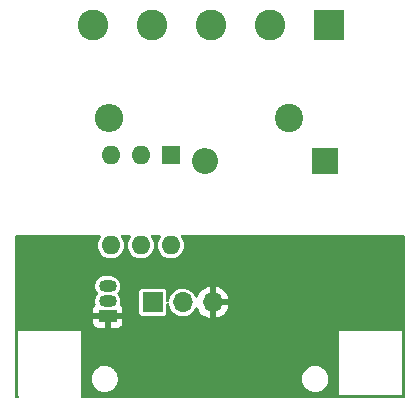
<source format=gbr>
%TF.GenerationSoftware,KiCad,Pcbnew,7.0.6-1.fc38*%
%TF.CreationDate,2023-08-14T17:52:24+02:00*%
%TF.ProjectId,220V_OPTO_SWITCH,32323056-5f4f-4505-944f-5f5357495443,rev?*%
%TF.SameCoordinates,Original*%
%TF.FileFunction,Copper,L2,Bot*%
%TF.FilePolarity,Positive*%
%FSLAX46Y46*%
G04 Gerber Fmt 4.6, Leading zero omitted, Abs format (unit mm)*
G04 Created by KiCad (PCBNEW 7.0.6-1.fc38) date 2023-08-14 17:52:24*
%MOMM*%
%LPD*%
G01*
G04 APERTURE LIST*
%TA.AperFunction,ComponentPad*%
%ADD10R,1.600000X1.600000*%
%TD*%
%TA.AperFunction,ComponentPad*%
%ADD11O,1.600000X1.600000*%
%TD*%
%TA.AperFunction,ComponentPad*%
%ADD12C,2.400000*%
%TD*%
%TA.AperFunction,ComponentPad*%
%ADD13O,2.400000X2.400000*%
%TD*%
%TA.AperFunction,ComponentPad*%
%ADD14R,1.500000X1.050000*%
%TD*%
%TA.AperFunction,ComponentPad*%
%ADD15O,1.500000X1.050000*%
%TD*%
%TA.AperFunction,ComponentPad*%
%ADD16R,1.700000X1.700000*%
%TD*%
%TA.AperFunction,ComponentPad*%
%ADD17O,1.700000X1.700000*%
%TD*%
%TA.AperFunction,ComponentPad*%
%ADD18R,2.600000X2.600000*%
%TD*%
%TA.AperFunction,ComponentPad*%
%ADD19C,2.600000*%
%TD*%
%TA.AperFunction,ComponentPad*%
%ADD20R,2.200000X2.200000*%
%TD*%
%TA.AperFunction,ComponentPad*%
%ADD21O,2.200000X2.200000*%
%TD*%
%TA.AperFunction,ViaPad*%
%ADD22C,0.800000*%
%TD*%
G04 APERTURE END LIST*
D10*
%TO.P,U1,1*%
%TO.N,Net-(D1-K)*%
X95631000Y-79375000D03*
D11*
%TO.P,U1,2*%
%TO.N,NEUT*%
X93091000Y-79375000D03*
%TO.P,U1,3,NC*%
%TO.N,unconnected-(U1-NC-Pad3)*%
X90551000Y-79375000D03*
%TO.P,U1,4*%
%TO.N,Net-(Q1-B)*%
X90551000Y-86995000D03*
%TO.P,U1,5*%
%TO.N,+3.3V*%
X93091000Y-86995000D03*
%TO.P,U1,6*%
%TO.N,unconnected-(U1-Pad6)*%
X95631000Y-86995000D03*
%TD*%
D12*
%TO.P,R1,1*%
%TO.N,Net-(D1-K)*%
X105664000Y-76200000D03*
D13*
%TO.P,R1,2*%
%TO.N,-VSW*%
X90424000Y-76200000D03*
%TD*%
D14*
%TO.P,Q1,1,C*%
%TO.N,GND*%
X90297000Y-92964000D03*
D15*
%TO.P,Q1,2,B*%
%TO.N,Net-(Q1-B)*%
X90297000Y-91694000D03*
%TO.P,Q1,3,E*%
%TO.N,SIG*%
X90297000Y-90424000D03*
%TD*%
D16*
%TO.P,J2,1,Pin_1*%
%TO.N,SIG*%
X94107000Y-91821000D03*
D17*
%TO.P,J2,2,Pin_2*%
%TO.N,+3.3V*%
X96647000Y-91821000D03*
%TO.P,J2,3,Pin_3*%
%TO.N,GND*%
X99187000Y-91821000D03*
%TD*%
D18*
%TO.P,J1,1,Pin_1*%
%TO.N,NEUT*%
X109013000Y-68326000D03*
D19*
%TO.P,J1,2,Pin_2*%
%TO.N,LINE*%
X104013000Y-68326000D03*
%TO.P,J1,3,Pin_3*%
X99013000Y-68326000D03*
%TO.P,J1,4,Pin_4*%
%TO.N,NEUT*%
X94013000Y-68326000D03*
%TO.P,J1,5,Pin_5*%
%TO.N,-VSW*%
X89013000Y-68326000D03*
%TD*%
D20*
%TO.P,D1,1,K*%
%TO.N,Net-(D1-K)*%
X108712000Y-79883000D03*
D21*
%TO.P,D1,2,A*%
%TO.N,NEUT*%
X98552000Y-79883000D03*
%TD*%
D22*
%TO.N,GND*%
X100330000Y-89154000D03*
X93726000Y-93980000D03*
X86868000Y-90170000D03*
X93091000Y-89154000D03*
X86233000Y-87503000D03*
%TD*%
%TA.AperFunction,Conductor*%
%TO.N,GND*%
G36*
X89661311Y-86125685D02*
G01*
X89707066Y-86178489D01*
X89717010Y-86247647D01*
X89693226Y-86304727D01*
X89611327Y-86413178D01*
X89520422Y-86595739D01*
X89520417Y-86595752D01*
X89464602Y-86791917D01*
X89445785Y-86994999D01*
X89445785Y-86995000D01*
X89464602Y-87198082D01*
X89520417Y-87394247D01*
X89520422Y-87394260D01*
X89611327Y-87576821D01*
X89734237Y-87739581D01*
X89884958Y-87876980D01*
X89884960Y-87876982D01*
X89984141Y-87938392D01*
X90058363Y-87984348D01*
X90248544Y-88058024D01*
X90449024Y-88095500D01*
X90449026Y-88095500D01*
X90652974Y-88095500D01*
X90652976Y-88095500D01*
X90853456Y-88058024D01*
X91043637Y-87984348D01*
X91217041Y-87876981D01*
X91367764Y-87739579D01*
X91490673Y-87576821D01*
X91581582Y-87394250D01*
X91637397Y-87198083D01*
X91656215Y-86995000D01*
X91637397Y-86791917D01*
X91581582Y-86595750D01*
X91490673Y-86413179D01*
X91408774Y-86304727D01*
X91384082Y-86239365D01*
X91398647Y-86171031D01*
X91447845Y-86121418D01*
X91507728Y-86106000D01*
X92134272Y-86106000D01*
X92201311Y-86125685D01*
X92247066Y-86178489D01*
X92257010Y-86247647D01*
X92233226Y-86304727D01*
X92151327Y-86413178D01*
X92060422Y-86595739D01*
X92060417Y-86595752D01*
X92004602Y-86791917D01*
X91985785Y-86994999D01*
X91985785Y-86995000D01*
X92004602Y-87198082D01*
X92060417Y-87394247D01*
X92060422Y-87394260D01*
X92151327Y-87576821D01*
X92274237Y-87739581D01*
X92424958Y-87876980D01*
X92424960Y-87876982D01*
X92524141Y-87938392D01*
X92598363Y-87984348D01*
X92788544Y-88058024D01*
X92989024Y-88095500D01*
X92989026Y-88095500D01*
X93192974Y-88095500D01*
X93192976Y-88095500D01*
X93393456Y-88058024D01*
X93583637Y-87984348D01*
X93757041Y-87876981D01*
X93907764Y-87739579D01*
X94030673Y-87576821D01*
X94121582Y-87394250D01*
X94177397Y-87198083D01*
X94196215Y-86995000D01*
X94177397Y-86791917D01*
X94121582Y-86595750D01*
X94030673Y-86413179D01*
X93948774Y-86304727D01*
X93924082Y-86239365D01*
X93938647Y-86171031D01*
X93987845Y-86121418D01*
X94047728Y-86106000D01*
X94674272Y-86106000D01*
X94741311Y-86125685D01*
X94787066Y-86178489D01*
X94797010Y-86247647D01*
X94773226Y-86304727D01*
X94691327Y-86413178D01*
X94600422Y-86595739D01*
X94600417Y-86595752D01*
X94544602Y-86791917D01*
X94525785Y-86994999D01*
X94525785Y-86995000D01*
X94544602Y-87198082D01*
X94600417Y-87394247D01*
X94600422Y-87394260D01*
X94691327Y-87576821D01*
X94814237Y-87739581D01*
X94964958Y-87876980D01*
X94964960Y-87876982D01*
X95064141Y-87938392D01*
X95138363Y-87984348D01*
X95328544Y-88058024D01*
X95529024Y-88095500D01*
X95529026Y-88095500D01*
X95732974Y-88095500D01*
X95732976Y-88095500D01*
X95933456Y-88058024D01*
X96123637Y-87984348D01*
X96297041Y-87876981D01*
X96447764Y-87739579D01*
X96570673Y-87576821D01*
X96661582Y-87394250D01*
X96717397Y-87198083D01*
X96736215Y-86995000D01*
X96717397Y-86791917D01*
X96661582Y-86595750D01*
X96570673Y-86413179D01*
X96488774Y-86304727D01*
X96464082Y-86239365D01*
X96478647Y-86171031D01*
X96527845Y-86121418D01*
X96587728Y-86106000D01*
X115318500Y-86106000D01*
X115385539Y-86125685D01*
X115431294Y-86178489D01*
X115442500Y-86230000D01*
X115442500Y-99824500D01*
X115422815Y-99891539D01*
X115370011Y-99937294D01*
X115318500Y-99948500D01*
X88121947Y-99948500D01*
X88054908Y-99928815D01*
X88009153Y-99876011D01*
X87999209Y-99806853D01*
X88028234Y-99743297D01*
X88034266Y-99736819D01*
X88069410Y-99701675D01*
X88069410Y-98298000D01*
X88937785Y-98298000D01*
X88956602Y-98501082D01*
X89012417Y-98697247D01*
X89012422Y-98697260D01*
X89103327Y-98879821D01*
X89226237Y-99042581D01*
X89376958Y-99179980D01*
X89376960Y-99179982D01*
X89503148Y-99258113D01*
X89550363Y-99287348D01*
X89581863Y-99299551D01*
X89584927Y-99300844D01*
X89585002Y-99300870D01*
X89585004Y-99300871D01*
X89586021Y-99301223D01*
X89587499Y-99301735D01*
X89665885Y-99332101D01*
X89740544Y-99361024D01*
X89773395Y-99367165D01*
X89776608Y-99367854D01*
X89783070Y-99369422D01*
X89783075Y-99369424D01*
X89783079Y-99369424D01*
X89783081Y-99369425D01*
X89793493Y-99370922D01*
X89820696Y-99376007D01*
X89941024Y-99398500D01*
X89941026Y-99398500D01*
X89976437Y-99398500D01*
X89984643Y-99399086D01*
X89984649Y-99398972D01*
X89990537Y-99399252D01*
X89990541Y-99399253D01*
X89990544Y-99399252D01*
X89990548Y-99399253D01*
X89998954Y-99398853D01*
X89998964Y-99398855D01*
X90004938Y-99398570D01*
X90007891Y-99398500D01*
X90144975Y-99398500D01*
X90144976Y-99398500D01*
X90188198Y-99390420D01*
X90196646Y-99389435D01*
X90199902Y-99389280D01*
X90199904Y-99389279D01*
X90201781Y-99389190D01*
X90201827Y-99389185D01*
X90234914Y-99387608D01*
X90265294Y-99376008D01*
X90345456Y-99361024D01*
X90390381Y-99343619D01*
X90398145Y-99341186D01*
X90403593Y-99339865D01*
X90403596Y-99339863D01*
X90406340Y-99339198D01*
X90406370Y-99339190D01*
X90435586Y-99332101D01*
X90461999Y-99315875D01*
X90518895Y-99293833D01*
X90535635Y-99287349D01*
X90535640Y-99287346D01*
X90580244Y-99259728D01*
X90587092Y-99256064D01*
X90594251Y-99252795D01*
X90594254Y-99252792D01*
X90598575Y-99250820D01*
X90600528Y-99249928D01*
X90601782Y-99249747D01*
X90605029Y-99247872D01*
X90622245Y-99240010D01*
X90644028Y-99220234D01*
X90709041Y-99179981D01*
X90751053Y-99141681D01*
X90756809Y-99137036D01*
X90764985Y-99131215D01*
X90764989Y-99131210D01*
X90765077Y-99131148D01*
X90767906Y-99130168D01*
X90774622Y-99124350D01*
X90788296Y-99114612D01*
X90805053Y-99092453D01*
X90859764Y-99042579D01*
X90896691Y-98993678D01*
X90901278Y-98988278D01*
X90904207Y-98985203D01*
X90905284Y-98984074D01*
X90909302Y-98981752D01*
X90917799Y-98970949D01*
X90927839Y-98960419D01*
X90939455Y-98937050D01*
X90982673Y-98879821D01*
X91009822Y-98825297D01*
X91017339Y-98817189D01*
X91018541Y-98814187D01*
X91029342Y-98793235D01*
X91035993Y-98782884D01*
X91042607Y-98759455D01*
X91073582Y-98697250D01*
X91090598Y-98637443D01*
X91097343Y-98626750D01*
X91098596Y-98620253D01*
X91105240Y-98597626D01*
X91108947Y-98588365D01*
X91110948Y-98565921D01*
X91129397Y-98501083D01*
X91136368Y-98425845D01*
X91137217Y-98419880D01*
X91140510Y-98402799D01*
X91140510Y-98402794D01*
X91144179Y-98383758D01*
X91142173Y-98363195D01*
X91148215Y-98298000D01*
X106760785Y-98298000D01*
X106779602Y-98501082D01*
X106835417Y-98697247D01*
X106835422Y-98697260D01*
X106926327Y-98879821D01*
X107049237Y-99042581D01*
X107199958Y-99179980D01*
X107199960Y-99179982D01*
X107326148Y-99258113D01*
X107373363Y-99287348D01*
X107404863Y-99299551D01*
X107407927Y-99300844D01*
X107408002Y-99300870D01*
X107408004Y-99300871D01*
X107409021Y-99301223D01*
X107410499Y-99301735D01*
X107488885Y-99332101D01*
X107563544Y-99361024D01*
X107596395Y-99367165D01*
X107599608Y-99367854D01*
X107606070Y-99369422D01*
X107606075Y-99369424D01*
X107606079Y-99369424D01*
X107606081Y-99369425D01*
X107616493Y-99370922D01*
X107643696Y-99376007D01*
X107764024Y-99398500D01*
X107764026Y-99398500D01*
X107799437Y-99398500D01*
X107807643Y-99399086D01*
X107807649Y-99398972D01*
X107813537Y-99399252D01*
X107813541Y-99399253D01*
X107813544Y-99399252D01*
X107813548Y-99399253D01*
X107821954Y-99398853D01*
X107821964Y-99398855D01*
X107827938Y-99398570D01*
X107830891Y-99398500D01*
X107967975Y-99398500D01*
X107967976Y-99398500D01*
X108011198Y-99390420D01*
X108019646Y-99389435D01*
X108022902Y-99389280D01*
X108022904Y-99389279D01*
X108024781Y-99389190D01*
X108024827Y-99389185D01*
X108057914Y-99387608D01*
X108088294Y-99376008D01*
X108168456Y-99361024D01*
X108213381Y-99343619D01*
X108221145Y-99341186D01*
X108226593Y-99339865D01*
X108226596Y-99339863D01*
X108229340Y-99339198D01*
X108229370Y-99339190D01*
X108258586Y-99332101D01*
X108284999Y-99315875D01*
X108341895Y-99293833D01*
X108358635Y-99287349D01*
X108358640Y-99287346D01*
X108403244Y-99259728D01*
X108410092Y-99256064D01*
X108417251Y-99252795D01*
X108417254Y-99252792D01*
X108421575Y-99250820D01*
X108423528Y-99249928D01*
X108424782Y-99249747D01*
X108428029Y-99247872D01*
X108445245Y-99240010D01*
X108467028Y-99220234D01*
X108532041Y-99179981D01*
X108574053Y-99141681D01*
X108579809Y-99137036D01*
X108587985Y-99131215D01*
X108587989Y-99131210D01*
X108588077Y-99131148D01*
X108590906Y-99130168D01*
X108597622Y-99124350D01*
X108611296Y-99114612D01*
X108628053Y-99092453D01*
X108682764Y-99042579D01*
X108719691Y-98993678D01*
X108724278Y-98988278D01*
X108727207Y-98985203D01*
X108728284Y-98984074D01*
X108732302Y-98981752D01*
X108740799Y-98970949D01*
X108750839Y-98960419D01*
X108762455Y-98937050D01*
X108805673Y-98879821D01*
X108832822Y-98825297D01*
X108840339Y-98817189D01*
X108841541Y-98814187D01*
X108852342Y-98793235D01*
X108858993Y-98782884D01*
X108865607Y-98759455D01*
X108896582Y-98697250D01*
X108913598Y-98637443D01*
X108920343Y-98626750D01*
X108921596Y-98620253D01*
X108928240Y-98597626D01*
X108931947Y-98588365D01*
X108933948Y-98565921D01*
X108952397Y-98501083D01*
X108959368Y-98425845D01*
X108960217Y-98419880D01*
X108963510Y-98402799D01*
X108963510Y-98402794D01*
X108967179Y-98383758D01*
X108965173Y-98363195D01*
X108971215Y-98298000D01*
X108965173Y-98232804D01*
X108968180Y-98217433D01*
X108960220Y-98176132D01*
X108959368Y-98170148D01*
X108952397Y-98094917D01*
X108933948Y-98030076D01*
X108934091Y-98012986D01*
X108928239Y-97998369D01*
X108921597Y-97975746D01*
X108921152Y-97973440D01*
X108913599Y-97958558D01*
X108896582Y-97898750D01*
X108896581Y-97898747D01*
X108896580Y-97898744D01*
X108865608Y-97836546D01*
X108862365Y-97818359D01*
X108852342Y-97802762D01*
X108841891Y-97782490D01*
X108832824Y-97770705D01*
X108805673Y-97716179D01*
X108805670Y-97716175D01*
X108805669Y-97716173D01*
X108762456Y-97658949D01*
X108755456Y-97640420D01*
X108740797Y-97625047D01*
X108734144Y-97616588D01*
X108728316Y-97611957D01*
X108724299Y-97607744D01*
X108719692Y-97602322D01*
X108709043Y-97588220D01*
X108682766Y-97553422D01*
X108682764Y-97553420D01*
X108628055Y-97503547D01*
X108617101Y-97485519D01*
X108597623Y-97471649D01*
X108592369Y-97467096D01*
X108588065Y-97464842D01*
X108579832Y-97458978D01*
X108574024Y-97454291D01*
X108559766Y-97441293D01*
X108532041Y-97416019D01*
X108532034Y-97416015D01*
X108532032Y-97416013D01*
X108467029Y-97375765D01*
X108452113Y-97359124D01*
X108428029Y-97348126D01*
X108425533Y-97346685D01*
X108423586Y-97346097D01*
X108410104Y-97339940D01*
X108403214Y-97336253D01*
X108358637Y-97308652D01*
X108312282Y-97290694D01*
X108284993Y-97280122D01*
X108266320Y-97265772D01*
X108226264Y-97256055D01*
X108224216Y-97255558D01*
X108221155Y-97254815D01*
X108213370Y-97252375D01*
X108182645Y-97240473D01*
X108168456Y-97234976D01*
X108168447Y-97234974D01*
X108168446Y-97234974D01*
X108088284Y-97219988D01*
X108066247Y-97208783D01*
X108019641Y-97206563D01*
X108011191Y-97205577D01*
X107967980Y-97197500D01*
X107967976Y-97197500D01*
X107830834Y-97197500D01*
X107827884Y-97197430D01*
X107813540Y-97196746D01*
X107807649Y-97197028D01*
X107807643Y-97196913D01*
X107799437Y-97197500D01*
X107764024Y-97197500D01*
X107720816Y-97205577D01*
X107616491Y-97225078D01*
X107606072Y-97226576D01*
X107599593Y-97228148D01*
X107596373Y-97228839D01*
X107563548Y-97234975D01*
X107563538Y-97234977D01*
X107410496Y-97294266D01*
X107407915Y-97295159D01*
X107404811Y-97296468D01*
X107373363Y-97308651D01*
X107373361Y-97308652D01*
X107199957Y-97416020D01*
X107049237Y-97553418D01*
X106926327Y-97716178D01*
X106835422Y-97898739D01*
X106835417Y-97898752D01*
X106779602Y-98094917D01*
X106760785Y-98297999D01*
X106760785Y-98298000D01*
X91148215Y-98298000D01*
X91142173Y-98232804D01*
X91145180Y-98217433D01*
X91137220Y-98176132D01*
X91136368Y-98170148D01*
X91129397Y-98094917D01*
X91110948Y-98030076D01*
X91111091Y-98012986D01*
X91105239Y-97998369D01*
X91098597Y-97975746D01*
X91098152Y-97973440D01*
X91090599Y-97958558D01*
X91073582Y-97898750D01*
X91073581Y-97898747D01*
X91073580Y-97898744D01*
X91042608Y-97836546D01*
X91039365Y-97818359D01*
X91029342Y-97802762D01*
X91018891Y-97782490D01*
X91009824Y-97770705D01*
X90982673Y-97716179D01*
X90982670Y-97716175D01*
X90982669Y-97716173D01*
X90939456Y-97658949D01*
X90932456Y-97640420D01*
X90917797Y-97625047D01*
X90911144Y-97616588D01*
X90905316Y-97611957D01*
X90901299Y-97607744D01*
X90896692Y-97602322D01*
X90886043Y-97588220D01*
X90859766Y-97553422D01*
X90859764Y-97553420D01*
X90805055Y-97503547D01*
X90794101Y-97485519D01*
X90774623Y-97471649D01*
X90769369Y-97467096D01*
X90765065Y-97464842D01*
X90756832Y-97458978D01*
X90751024Y-97454291D01*
X90736766Y-97441293D01*
X90709041Y-97416019D01*
X90709034Y-97416015D01*
X90709032Y-97416013D01*
X90644029Y-97375765D01*
X90629113Y-97359124D01*
X90605029Y-97348126D01*
X90602533Y-97346685D01*
X90600586Y-97346097D01*
X90587104Y-97339940D01*
X90580214Y-97336253D01*
X90535637Y-97308652D01*
X90489282Y-97290694D01*
X90461993Y-97280122D01*
X90443320Y-97265772D01*
X90403264Y-97256055D01*
X90401216Y-97255558D01*
X90398155Y-97254815D01*
X90390370Y-97252375D01*
X90359645Y-97240473D01*
X90345456Y-97234976D01*
X90345447Y-97234974D01*
X90345446Y-97234974D01*
X90265284Y-97219988D01*
X90243247Y-97208783D01*
X90196641Y-97206563D01*
X90188191Y-97205577D01*
X90144980Y-97197500D01*
X90144976Y-97197500D01*
X90007834Y-97197500D01*
X90004884Y-97197430D01*
X89990540Y-97196746D01*
X89984649Y-97197028D01*
X89984643Y-97196913D01*
X89976437Y-97197500D01*
X89941024Y-97197500D01*
X89897816Y-97205577D01*
X89793491Y-97225078D01*
X89783072Y-97226576D01*
X89776593Y-97228148D01*
X89773373Y-97228839D01*
X89740548Y-97234975D01*
X89740538Y-97234977D01*
X89587496Y-97294266D01*
X89584915Y-97295159D01*
X89581811Y-97296468D01*
X89550363Y-97308651D01*
X89550361Y-97308652D01*
X89376957Y-97416020D01*
X89226237Y-97553418D01*
X89103327Y-97716178D01*
X89012422Y-97898739D01*
X89012417Y-97898752D01*
X88956602Y-98094917D01*
X88937785Y-98297999D01*
X88937785Y-98298000D01*
X88069410Y-98298000D01*
X88069410Y-94240675D01*
X82735410Y-94240675D01*
X82735410Y-99701675D01*
X82770554Y-99736819D01*
X82804039Y-99798142D01*
X82799055Y-99867834D01*
X82757183Y-99923767D01*
X82691719Y-99948184D01*
X82682873Y-99948500D01*
X82547500Y-99948500D01*
X82480461Y-99928815D01*
X82434706Y-99876011D01*
X82423500Y-99824500D01*
X82423500Y-94234000D01*
X109855000Y-94234000D01*
X109855000Y-99695000D01*
X115189000Y-99695000D01*
X115189000Y-94234000D01*
X109855000Y-94234000D01*
X82423500Y-94234000D01*
X82423500Y-93536844D01*
X89047000Y-93536844D01*
X89053401Y-93596372D01*
X89053403Y-93596379D01*
X89103645Y-93731086D01*
X89103649Y-93731093D01*
X89189809Y-93846187D01*
X89189812Y-93846190D01*
X89304906Y-93932350D01*
X89304913Y-93932354D01*
X89439620Y-93982596D01*
X89439627Y-93982598D01*
X89499155Y-93988999D01*
X89499172Y-93989000D01*
X90047000Y-93989000D01*
X90047000Y-93244617D01*
X90116052Y-93298363D01*
X90234424Y-93339000D01*
X90328073Y-93339000D01*
X90420446Y-93323586D01*
X90530514Y-93264019D01*
X90547000Y-93246110D01*
X90547000Y-93989000D01*
X91094828Y-93989000D01*
X91094844Y-93988999D01*
X91154372Y-93982598D01*
X91154379Y-93982596D01*
X91289086Y-93932354D01*
X91289093Y-93932350D01*
X91404187Y-93846190D01*
X91404190Y-93846187D01*
X91490350Y-93731093D01*
X91490354Y-93731086D01*
X91540596Y-93596379D01*
X91540598Y-93596372D01*
X91546999Y-93536844D01*
X91547000Y-93536827D01*
X91547000Y-93214000D01*
X90576560Y-93214000D01*
X90615278Y-93171941D01*
X90665551Y-93057330D01*
X90675886Y-92932605D01*
X90645163Y-92811281D01*
X90582819Y-92715856D01*
X92956500Y-92715856D01*
X92956502Y-92715882D01*
X92959413Y-92740987D01*
X92959415Y-92740991D01*
X93004793Y-92843764D01*
X93004794Y-92843765D01*
X93084235Y-92923206D01*
X93187009Y-92968585D01*
X93212135Y-92971500D01*
X95001864Y-92971499D01*
X95001879Y-92971497D01*
X95001882Y-92971497D01*
X95026987Y-92968586D01*
X95026988Y-92968585D01*
X95026991Y-92968585D01*
X95129765Y-92923206D01*
X95209206Y-92843765D01*
X95254585Y-92740991D01*
X95257500Y-92715865D01*
X95257499Y-91977046D01*
X95277183Y-91910009D01*
X95329987Y-91864254D01*
X95399146Y-91854310D01*
X95462702Y-91883335D01*
X95500476Y-91942113D01*
X95504970Y-91965606D01*
X95511244Y-92033310D01*
X95569596Y-92238392D01*
X95569596Y-92238394D01*
X95664632Y-92429253D01*
X95732784Y-92519500D01*
X95793128Y-92599407D01*
X95950698Y-92743052D01*
X96131981Y-92855298D01*
X96330802Y-92932321D01*
X96540390Y-92971500D01*
X96540392Y-92971500D01*
X96753608Y-92971500D01*
X96753610Y-92971500D01*
X96963198Y-92932321D01*
X97162019Y-92855298D01*
X97343302Y-92743052D01*
X97500872Y-92599407D01*
X97629366Y-92429255D01*
X97696325Y-92294781D01*
X97743825Y-92243548D01*
X97811488Y-92226126D01*
X97877828Y-92248051D01*
X97919705Y-92297651D01*
X98013399Y-92498578D01*
X98148894Y-92692082D01*
X98315917Y-92859105D01*
X98509421Y-92994600D01*
X98723507Y-93094429D01*
X98723516Y-93094433D01*
X98937000Y-93151634D01*
X98937000Y-92256501D01*
X99044685Y-92305680D01*
X99151237Y-92321000D01*
X99222763Y-92321000D01*
X99329315Y-92305680D01*
X99437000Y-92256501D01*
X99437000Y-93151633D01*
X99650483Y-93094433D01*
X99650492Y-93094429D01*
X99864578Y-92994600D01*
X100058082Y-92859105D01*
X100225105Y-92692082D01*
X100360600Y-92498578D01*
X100460429Y-92284492D01*
X100460432Y-92284486D01*
X100517636Y-92071000D01*
X99620686Y-92071000D01*
X99646493Y-92030844D01*
X99687000Y-91892889D01*
X99687000Y-91749111D01*
X99646493Y-91611156D01*
X99620686Y-91571000D01*
X100517636Y-91571000D01*
X100517635Y-91570999D01*
X100460432Y-91357513D01*
X100460429Y-91357507D01*
X100360600Y-91143422D01*
X100360599Y-91143420D01*
X100225113Y-90949926D01*
X100225108Y-90949920D01*
X100058082Y-90782894D01*
X99864578Y-90647399D01*
X99650492Y-90547570D01*
X99650486Y-90547567D01*
X99437000Y-90490364D01*
X99437000Y-91385498D01*
X99329315Y-91336320D01*
X99222763Y-91321000D01*
X99151237Y-91321000D01*
X99044685Y-91336320D01*
X98937000Y-91385498D01*
X98937000Y-90490364D01*
X98936999Y-90490364D01*
X98723513Y-90547567D01*
X98723507Y-90547570D01*
X98509422Y-90647399D01*
X98509420Y-90647400D01*
X98315926Y-90782886D01*
X98315920Y-90782891D01*
X98148891Y-90949920D01*
X98148886Y-90949926D01*
X98013400Y-91143420D01*
X98013399Y-91143422D01*
X97919705Y-91344348D01*
X97873532Y-91396787D01*
X97806339Y-91415939D01*
X97739457Y-91395723D01*
X97696324Y-91347216D01*
X97629366Y-91212745D01*
X97500872Y-91042593D01*
X97343302Y-90898948D01*
X97162019Y-90786702D01*
X97162017Y-90786701D01*
X97019140Y-90731351D01*
X96963198Y-90709679D01*
X96753610Y-90670500D01*
X96540390Y-90670500D01*
X96330802Y-90709679D01*
X96330799Y-90709679D01*
X96330799Y-90709680D01*
X96131982Y-90786701D01*
X96131980Y-90786702D01*
X95950699Y-90898947D01*
X95793127Y-91042593D01*
X95664632Y-91212746D01*
X95569596Y-91403605D01*
X95569596Y-91403607D01*
X95511244Y-91608689D01*
X95504970Y-91676394D01*
X95479183Y-91741331D01*
X95422383Y-91782018D01*
X95352602Y-91785538D01*
X95291995Y-91750772D01*
X95259806Y-91688759D01*
X95257499Y-91664952D01*
X95257499Y-90926143D01*
X95257499Y-90926136D01*
X95257497Y-90926117D01*
X95254586Y-90901012D01*
X95254585Y-90901010D01*
X95254585Y-90901009D01*
X95209206Y-90798235D01*
X95129765Y-90718794D01*
X95109124Y-90709680D01*
X95026992Y-90673415D01*
X95001865Y-90670500D01*
X93212143Y-90670500D01*
X93212117Y-90670502D01*
X93187012Y-90673413D01*
X93187008Y-90673415D01*
X93084235Y-90718793D01*
X93004794Y-90798234D01*
X92959415Y-90901006D01*
X92959415Y-90901008D01*
X92956500Y-90926131D01*
X92956500Y-92715856D01*
X90582819Y-92715856D01*
X90581606Y-92714000D01*
X91547000Y-92714000D01*
X91547000Y-92391172D01*
X91546999Y-92391155D01*
X91540598Y-92331627D01*
X91540596Y-92331620D01*
X91490354Y-92196913D01*
X91490350Y-92196906D01*
X91404191Y-92081814D01*
X91404184Y-92081806D01*
X91365986Y-92053212D01*
X91324114Y-91997279D01*
X91319130Y-91927587D01*
X91320820Y-91920756D01*
X91322097Y-91916156D01*
X91322101Y-91916147D01*
X91351150Y-91738955D01*
X91341429Y-91559661D01*
X91317048Y-91471847D01*
X91293394Y-91386651D01*
X91293391Y-91386645D01*
X91209285Y-91228006D01*
X91135657Y-91141325D01*
X91107259Y-91077487D01*
X91117883Y-91008430D01*
X91144892Y-90971024D01*
X91154875Y-90961569D01*
X91255640Y-90812951D01*
X91261504Y-90798235D01*
X91322099Y-90646152D01*
X91322098Y-90646152D01*
X91322101Y-90646147D01*
X91351150Y-90468955D01*
X91341429Y-90289661D01*
X91293393Y-90116649D01*
X91209286Y-89958008D01*
X91209285Y-89958006D01*
X91093044Y-89821157D01*
X91093043Y-89821157D01*
X90950099Y-89712493D01*
X90787138Y-89637099D01*
X90787134Y-89637097D01*
X90611779Y-89598500D01*
X90027240Y-89598500D01*
X90027238Y-89598500D01*
X89893496Y-89613045D01*
X89893489Y-89613047D01*
X89723339Y-89670377D01*
X89723336Y-89670379D01*
X89569482Y-89762950D01*
X89439123Y-89886431D01*
X89338358Y-90035051D01*
X89338357Y-90035053D01*
X89271900Y-90201847D01*
X89242850Y-90379048D01*
X89252571Y-90558338D01*
X89252571Y-90558343D01*
X89300605Y-90731348D01*
X89300608Y-90731354D01*
X89384714Y-90889994D01*
X89384717Y-90889997D01*
X89458341Y-90976675D01*
X89486739Y-91040513D01*
X89476114Y-91109570D01*
X89449111Y-91146970D01*
X89439126Y-91156428D01*
X89439123Y-91156431D01*
X89338358Y-91305051D01*
X89338357Y-91305053D01*
X89271900Y-91471847D01*
X89242850Y-91649048D01*
X89252571Y-91828338D01*
X89252571Y-91828343D01*
X89277365Y-91917641D01*
X89276333Y-91987503D01*
X89237694Y-92045716D01*
X89232197Y-92050080D01*
X89189814Y-92081807D01*
X89189808Y-92081814D01*
X89103649Y-92196906D01*
X89103645Y-92196913D01*
X89053403Y-92331620D01*
X89053401Y-92331627D01*
X89047000Y-92391155D01*
X89047000Y-92714000D01*
X90017440Y-92714000D01*
X89978722Y-92756059D01*
X89928449Y-92870670D01*
X89918114Y-92995395D01*
X89948837Y-93116719D01*
X90012394Y-93214000D01*
X89047000Y-93214000D01*
X89047000Y-93536844D01*
X82423500Y-93536844D01*
X82423500Y-86230000D01*
X82443185Y-86162961D01*
X82495989Y-86117206D01*
X82547500Y-86106000D01*
X89594272Y-86106000D01*
X89661311Y-86125685D01*
G37*
%TD.AperFunction*%
%TD*%
M02*

</source>
